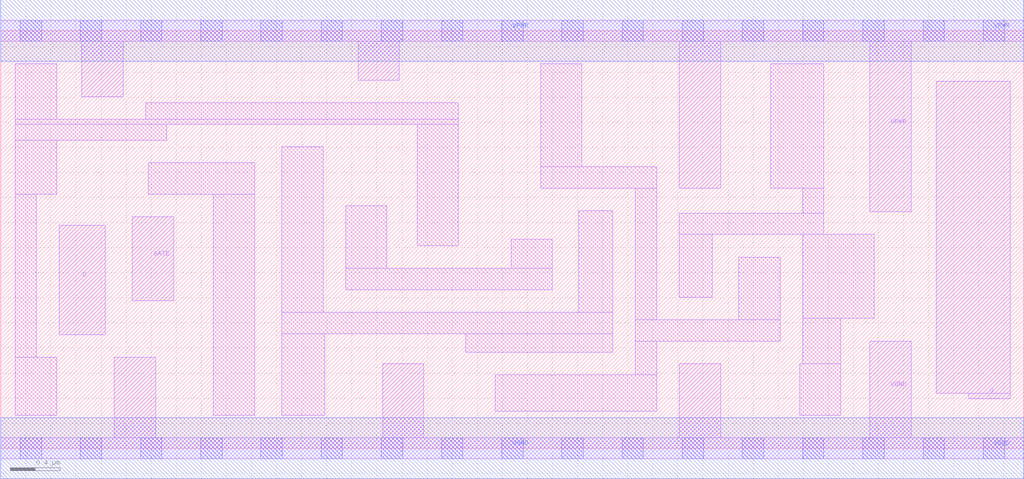
<source format=lef>
# Copyright 2020 The SkyWater PDK Authors
#
# Licensed under the Apache License, Version 2.0 (the "License");
# you may not use this file except in compliance with the License.
# You may obtain a copy of the License at
#
#     https://www.apache.org/licenses/LICENSE-2.0
#
# Unless required by applicable law or agreed to in writing, software
# distributed under the License is distributed on an "AS IS" BASIS,
# WITHOUT WARRANTIES OR CONDITIONS OF ANY KIND, either express or implied.
# See the License for the specific language governing permissions and
# limitations under the License.
#
# SPDX-License-Identifier: Apache-2.0

VERSION 5.7 ;
  NAMESCASESENSITIVE ON ;
  NOWIREEXTENSIONATPIN ON ;
  DIVIDERCHAR "/" ;
  BUSBITCHARS "[]" ;
UNITS
  DATABASE MICRONS 200 ;
END UNITS
MACRO sky130_fd_sc_lp__dlxtp_lp2
  CLASS CORE ;
  SOURCE USER ;
  FOREIGN sky130_fd_sc_lp__dlxtp_lp2 ;
  ORIGIN  0.000000  0.000000 ;
  SIZE  8.160000 BY  3.330000 ;
  SYMMETRY X Y R90 ;
  SITE unit ;
  PIN D
    ANTENNAGATEAREA  0.376000 ;
    DIRECTION INPUT ;
    USE SIGNAL ;
    PORT
      LAYER li1 ;
        RECT 0.465000 0.905000 0.835000 1.780000 ;
    END
  END D
  PIN Q
    ANTENNADIFFAREA  0.402600 ;
    DIRECTION OUTPUT ;
    USE SIGNAL ;
    PORT
      LAYER li1 ;
        RECT 7.460000 0.440000 8.050000 2.925000 ;
        RECT 7.720000 0.395000 8.050000 0.440000 ;
    END
  END Q
  PIN GATE
    ANTENNAGATEAREA  0.376000 ;
    DIRECTION INPUT ;
    USE CLOCK ;
    PORT
      LAYER li1 ;
        RECT 1.050000 1.175000 1.380000 1.845000 ;
    END
  END GATE
  PIN VGND
    DIRECTION INOUT ;
    USE GROUND ;
    PORT
      LAYER li1 ;
        RECT 0.000000 -0.085000 8.160000 0.085000 ;
        RECT 0.905000  0.085000 1.235000 0.725000 ;
        RECT 3.045000  0.085000 3.375000 0.675000 ;
        RECT 5.410000  0.085000 5.740000 0.675000 ;
        RECT 6.930000  0.085000 7.260000 0.855000 ;
      LAYER mcon ;
        RECT 0.155000 -0.085000 0.325000 0.085000 ;
        RECT 0.635000 -0.085000 0.805000 0.085000 ;
        RECT 1.115000 -0.085000 1.285000 0.085000 ;
        RECT 1.595000 -0.085000 1.765000 0.085000 ;
        RECT 2.075000 -0.085000 2.245000 0.085000 ;
        RECT 2.555000 -0.085000 2.725000 0.085000 ;
        RECT 3.035000 -0.085000 3.205000 0.085000 ;
        RECT 3.515000 -0.085000 3.685000 0.085000 ;
        RECT 3.995000 -0.085000 4.165000 0.085000 ;
        RECT 4.475000 -0.085000 4.645000 0.085000 ;
        RECT 4.955000 -0.085000 5.125000 0.085000 ;
        RECT 5.435000 -0.085000 5.605000 0.085000 ;
        RECT 5.915000 -0.085000 6.085000 0.085000 ;
        RECT 6.395000 -0.085000 6.565000 0.085000 ;
        RECT 6.875000 -0.085000 7.045000 0.085000 ;
        RECT 7.355000 -0.085000 7.525000 0.085000 ;
        RECT 7.835000 -0.085000 8.005000 0.085000 ;
      LAYER met1 ;
        RECT 0.000000 -0.245000 8.160000 0.245000 ;
    END
  END VGND
  PIN VPWR
    DIRECTION INOUT ;
    USE POWER ;
    PORT
      LAYER li1 ;
        RECT 0.000000 3.245000 8.160000 3.415000 ;
        RECT 0.645000 2.805000 0.975000 3.245000 ;
        RECT 2.850000 2.935000 3.180000 3.245000 ;
        RECT 5.410000 2.075000 5.740000 3.245000 ;
        RECT 6.930000 1.885000 7.260000 3.245000 ;
      LAYER mcon ;
        RECT 0.155000 3.245000 0.325000 3.415000 ;
        RECT 0.635000 3.245000 0.805000 3.415000 ;
        RECT 1.115000 3.245000 1.285000 3.415000 ;
        RECT 1.595000 3.245000 1.765000 3.415000 ;
        RECT 2.075000 3.245000 2.245000 3.415000 ;
        RECT 2.555000 3.245000 2.725000 3.415000 ;
        RECT 3.035000 3.245000 3.205000 3.415000 ;
        RECT 3.515000 3.245000 3.685000 3.415000 ;
        RECT 3.995000 3.245000 4.165000 3.415000 ;
        RECT 4.475000 3.245000 4.645000 3.415000 ;
        RECT 4.955000 3.245000 5.125000 3.415000 ;
        RECT 5.435000 3.245000 5.605000 3.415000 ;
        RECT 5.915000 3.245000 6.085000 3.415000 ;
        RECT 6.395000 3.245000 6.565000 3.415000 ;
        RECT 6.875000 3.245000 7.045000 3.415000 ;
        RECT 7.355000 3.245000 7.525000 3.415000 ;
        RECT 7.835000 3.245000 8.005000 3.415000 ;
      LAYER met1 ;
        RECT 0.000000 3.085000 8.160000 3.575000 ;
    END
  END VPWR
  OBS
    LAYER li1 ;
      RECT 0.115000 0.265000 0.445000 0.725000 ;
      RECT 0.115000 0.725000 0.285000 2.025000 ;
      RECT 0.115000 2.025000 0.445000 2.455000 ;
      RECT 0.115000 2.455000 1.325000 2.585000 ;
      RECT 0.115000 2.585000 3.650000 2.625000 ;
      RECT 0.115000 2.625000 0.445000 3.065000 ;
      RECT 1.155000 2.625000 3.650000 2.755000 ;
      RECT 1.175000 2.025000 2.025000 2.275000 ;
      RECT 1.695000 0.265000 2.025000 2.025000 ;
      RECT 2.240000 0.265000 2.585000 0.915000 ;
      RECT 2.240000 0.915000 4.880000 1.085000 ;
      RECT 2.240000 1.085000 2.570000 2.405000 ;
      RECT 2.750000 1.265000 4.400000 1.435000 ;
      RECT 2.750000 1.435000 3.080000 1.935000 ;
      RECT 3.320000 1.615000 3.650000 2.585000 ;
      RECT 3.710000 0.765000 4.880000 0.915000 ;
      RECT 3.945000 0.295000 5.230000 0.585000 ;
      RECT 4.070000 1.435000 4.400000 1.665000 ;
      RECT 4.305000 2.075000 5.230000 2.245000 ;
      RECT 4.305000 2.245000 4.635000 3.065000 ;
      RECT 4.610000 1.085000 4.880000 1.895000 ;
      RECT 5.060000 0.585000 5.230000 0.855000 ;
      RECT 5.060000 0.855000 6.215000 1.025000 ;
      RECT 5.060000 1.025000 5.230000 2.075000 ;
      RECT 5.410000 1.205000 5.675000 1.705000 ;
      RECT 5.410000 1.705000 6.565000 1.875000 ;
      RECT 5.885000 1.025000 6.215000 1.525000 ;
      RECT 6.140000 2.075000 6.565000 3.065000 ;
      RECT 6.370000 0.265000 6.700000 0.675000 ;
      RECT 6.395000 0.675000 6.700000 1.035000 ;
      RECT 6.395000 1.035000 6.965000 1.705000 ;
      RECT 6.395000 1.875000 6.565000 2.075000 ;
  END
END sky130_fd_sc_lp__dlxtp_lp2

</source>
